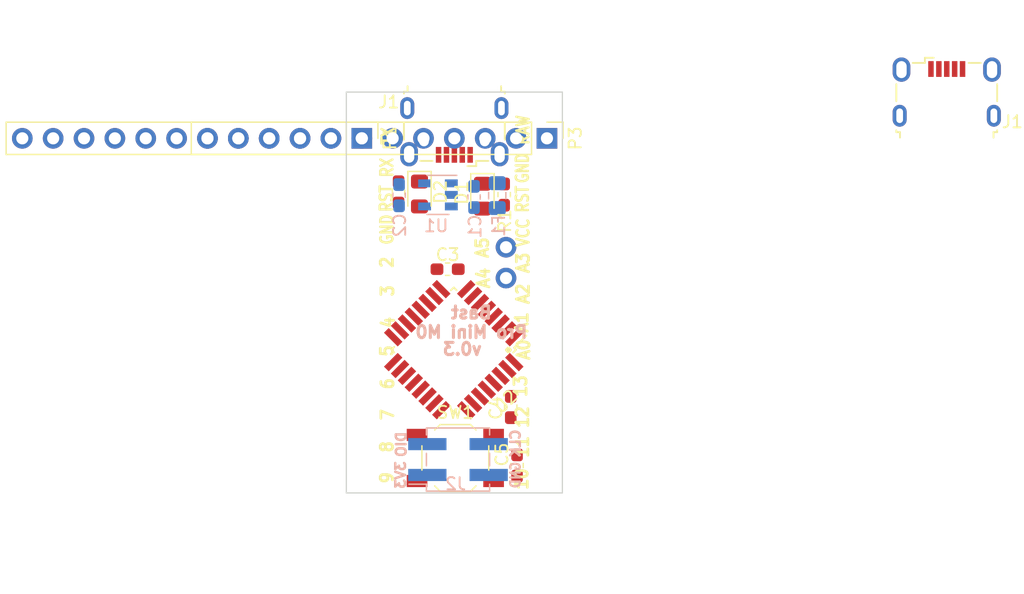
<source format=kicad_pcb>
(kicad_pcb (version 20171130) (host pcbnew 5.1.2-f72e74a~84~ubuntu18.04.1)

  (general
    (thickness 1.6)
    (drawings 48)
    (tracks 0)
    (zones 0)
    (modules 19)
    (nets 36)
  )

  (page A4)
  (title_block
    (title "Bast Pro Mini M0 ")
    (date 2019-03-27)
    (rev 0.3)
    (company "Electronic Cats")
    (comment 1 "Eduardo Contreras")
    (comment 2 "Andres Sabas")
    (comment 3 "Edgar Capuchino")
  )

  (layers
    (0 F.Cu signal)
    (31 B.Cu signal)
    (32 B.Adhes user)
    (33 F.Adhes user hide)
    (34 B.Paste user)
    (35 F.Paste user)
    (36 B.SilkS user)
    (37 F.SilkS user)
    (38 B.Mask user)
    (39 F.Mask user)
    (40 Dwgs.User user)
    (41 Cmts.User user)
    (42 Eco1.User user)
    (43 Eco2.User user)
    (44 Edge.Cuts user)
    (45 Margin user)
    (46 B.CrtYd user)
    (47 F.CrtYd user)
    (48 B.Fab user hide)
    (49 F.Fab user hide)
  )

  (setup
    (last_trace_width 0.3)
    (trace_clearance 0.25)
    (zone_clearance 0.508)
    (zone_45_only no)
    (trace_min 0.3)
    (via_size 0.8)
    (via_drill 0.5)
    (via_min_size 0.4)
    (via_min_drill 0.3)
    (uvia_size 0.3)
    (uvia_drill 0.1)
    (uvias_allowed no)
    (uvia_min_size 0.2)
    (uvia_min_drill 0.1)
    (edge_width 0.1)
    (segment_width 0.15)
    (pcb_text_width 0.3)
    (pcb_text_size 1.5 1.5)
    (mod_edge_width 0.15)
    (mod_text_size 1 1)
    (mod_text_width 0.15)
    (pad_size 1.5 1.5)
    (pad_drill 0.6)
    (pad_to_mask_clearance 0)
    (solder_mask_min_width 0.25)
    (aux_axis_origin 137.16 114.3)
    (visible_elements 7FFFFFFF)
    (pcbplotparams
      (layerselection 0x010ff_ffffffff)
      (usegerberextensions true)
      (usegerberattributes false)
      (usegerberadvancedattributes false)
      (creategerberjobfile false)
      (excludeedgelayer true)
      (linewidth 0.100000)
      (plotframeref false)
      (viasonmask false)
      (mode 1)
      (useauxorigin false)
      (hpglpennumber 1)
      (hpglpenspeed 20)
      (hpglpendiameter 15.000000)
      (psnegative false)
      (psa4output false)
      (plotreference true)
      (plotvalue true)
      (plotinvisibletext false)
      (padsonsilk false)
      (subtractmaskfromsilk false)
      (outputformat 1)
      (mirror false)
      (drillshape 0)
      (scaleselection 1)
      (outputdirectory "gerbers/"))
  )

  (net 0 "")
  (net 1 "/1(Tx)")
  (net 2 "/0(Rx)")
  (net 3 GND)
  (net 4 /2)
  (net 5 "/3(**)")
  (net 6 /4)
  (net 7 "/5(**)")
  (net 8 "/6(**)")
  (net 9 /7)
  (net 10 /8)
  (net 11 "/9(**)")
  (net 12 VCC)
  (net 13 /A3)
  (net 14 /A2)
  (net 15 /A1)
  (net 16 /A0)
  (net 17 "/13(SCK)")
  (net 18 "/12(MISO)")
  (net 19 "/11(**/MOSI)")
  (net 20 "/10(**/SS)")
  (net 21 +3V3)
  (net 22 "Net-(C4-Pad1)")
  (net 23 "Net-(D1-Pad1)")
  (net 24 "Net-(D2-Pad1)")
  (net 25 "Net-(F1-Pad2)")
  (net 26 "Net-(J1-Pad4)")
  (net 27 /SWDIO)
  (net 28 /SWCLK)
  (net 29 /SDA)
  (net 30 /SCL)
  (net 31 /RESET)
  (net 32 /D-)
  (net 33 /D+)
  (net 34 /LED)
  (net 35 "Net-(U2-Pad4)")

  (net_class Default "This is the default net class."
    (clearance 0.25)
    (trace_width 0.3)
    (via_dia 0.8)
    (via_drill 0.5)
    (uvia_dia 0.3)
    (uvia_drill 0.1)
    (add_net +3V3)
    (add_net "/0(Rx)")
    (add_net "/1(Tx)")
    (add_net "/10(**/SS)")
    (add_net "/11(**/MOSI)")
    (add_net "/12(MISO)")
    (add_net "/13(SCK)")
    (add_net /2)
    (add_net "/3(**)")
    (add_net /4)
    (add_net "/5(**)")
    (add_net "/6(**)")
    (add_net /7)
    (add_net /8)
    (add_net "/9(**)")
    (add_net /A0)
    (add_net /A1)
    (add_net /A2)
    (add_net /A3)
    (add_net /D+)
    (add_net /D-)
    (add_net /LED)
    (add_net /RESET)
    (add_net /SCL)
    (add_net /SDA)
    (add_net /SWCLK)
    (add_net /SWDIO)
    (add_net GND)
    (add_net "Net-(C4-Pad1)")
    (add_net "Net-(D1-Pad1)")
    (add_net "Net-(D2-Pad1)")
    (add_net "Net-(F1-Pad2)")
    (add_net "Net-(J1-Pad4)")
    (add_net "Net-(U2-Pad4)")
    (add_net VCC)
  )

  (module LED_SMD:LED_0805_2012Metric_Pad1.15x1.40mm_HandSolder (layer F.Cu) (tedit 5BDA54C4) (tstamp 5BE42C20)
    (at 143.18 89.675 270)
    (descr "LED SMD 0805 (2012 Metric), square (rectangular) end terminal, IPC_7351 nominal, (Body size source: https://docs.google.com/spreadsheets/d/1BsfQQcO9C6DZCsRaXUlFlo91Tg2WpOkGARC1WS5S8t0/edit?usp=sharing), generated with kicad-footprint-generator")
    (tags "LED handsolder")
    (path /5BB1D525)
    (attr smd)
    (fp_text reference D2 (at -0.175 -1.72 270) (layer F.SilkS)
      (effects (font (size 1 1) (thickness 0.15)))
    )
    (fp_text value LED (at 0 1.65 270) (layer F.Fab)
      (effects (font (size 1 1) (thickness 0.15)))
    )
    (fp_text user %R (at 0 0 270) (layer F.Fab)
      (effects (font (size 0.5 0.5) (thickness 0.08)))
    )
    (fp_line (start 1.85 0.95) (end -1.85 0.95) (layer F.CrtYd) (width 0.05))
    (fp_line (start 1.85 -0.95) (end 1.85 0.95) (layer F.CrtYd) (width 0.05))
    (fp_line (start -1.85 -0.95) (end 1.85 -0.95) (layer F.CrtYd) (width 0.05))
    (fp_line (start -1.85 0.95) (end -1.85 -0.95) (layer F.CrtYd) (width 0.05))
    (fp_line (start -1.86 0.96) (end 1 0.96) (layer F.SilkS) (width 0.12))
    (fp_line (start -1.86 -0.96) (end -1.86 0.96) (layer F.SilkS) (width 0.12))
    (fp_line (start 1 -0.96) (end -1.86 -0.96) (layer F.SilkS) (width 0.12))
    (fp_line (start 1 0.6) (end 1 -0.6) (layer F.Fab) (width 0.1))
    (fp_line (start -1 0.6) (end 1 0.6) (layer F.Fab) (width 0.1))
    (fp_line (start -1 -0.3) (end -1 0.6) (layer F.Fab) (width 0.1))
    (fp_line (start -0.7 -0.6) (end -1 -0.3) (layer F.Fab) (width 0.1))
    (fp_line (start 1 -0.6) (end -0.7 -0.6) (layer F.Fab) (width 0.1))
    (pad 2 smd roundrect (at 1.025 0 270) (size 1.15 1.4) (layers F.Cu F.Paste F.Mask) (roundrect_rratio 0.217391)
      (net 21 +3V3))
    (pad 1 smd roundrect (at -1.025 0 270) (size 1.15 1.4) (layers F.Cu F.Paste F.Mask) (roundrect_rratio 0.217391)
      (net 24 "Net-(D2-Pad1)"))
    (model ${KISYS3DMOD}/LED_SMD.3dshapes/LED_0805_2012Metric.wrl
      (at (xyz 0 0 0))
      (scale (xyz 1 1 1))
      (rotate (xyz 0 0 0))
    )
  )

  (module Connector_PinHeader_2.54mm:PinHeader_1x02_P2.54mm_Vertical (layer F.Cu) (tedit 5BDA5DCA) (tstamp 5BC9800E)
    (at 150.3 96.6 180)
    (descr "Through hole straight pin header, 1x02, 2.54mm pitch, single row")
    (tags "Through hole pin header THT 1x02 2.54mm single row")
    (path /56D74FB3)
    (fp_text reference P2 (at 0 -2.33 180) (layer F.SilkS) hide
      (effects (font (size 1 1) (thickness 0.15)))
    )
    (fp_text value ADC (at 0 4.87 180) (layer F.Fab)
      (effects (font (size 1 1) (thickness 0.15)))
    )
    (fp_line (start -0.635 -1.27) (end 1.27 -1.27) (layer F.Fab) (width 0.1))
    (fp_line (start 1.27 -1.27) (end 1.27 3.81) (layer F.Fab) (width 0.1))
    (fp_line (start 1.27 3.81) (end -1.27 3.81) (layer F.Fab) (width 0.1))
    (fp_line (start -1.27 3.81) (end -1.27 -0.635) (layer F.Fab) (width 0.1))
    (fp_line (start -1.27 -0.635) (end -0.635 -1.27) (layer F.Fab) (width 0.1))
    (fp_line (start -1.8 -1.8) (end -1.8 4.35) (layer F.CrtYd) (width 0.05))
    (fp_line (start -1.8 4.35) (end 1.8 4.35) (layer F.CrtYd) (width 0.05))
    (fp_line (start 1.8 4.35) (end 1.8 -1.8) (layer F.CrtYd) (width 0.05))
    (fp_line (start 1.8 -1.8) (end -1.8 -1.8) (layer F.CrtYd) (width 0.05))
    (fp_text user %R (at 0 1.27 270) (layer F.Fab)
      (effects (font (size 1 1) (thickness 0.15)))
    )
    (pad 1 thru_hole circle (at 0 0 180) (size 1.7 1.7) (drill 1) (layers *.Cu *.Mask)
      (net 29 /SDA))
    (pad 2 thru_hole oval (at 0 2.54 180) (size 1.7 1.7) (drill 1) (layers *.Cu *.Mask)
      (net 30 /SCL))
  )

  (module Fuse:Fuse_0805_2012Metric_Pad1.15x1.40mm_HandSolder (layer B.Cu) (tedit 5B36C52C) (tstamp 5BD7A01A)
    (at 149.578336 89.807959 90)
    (descr "Fuse SMD 0805 (2012 Metric), square (rectangular) end terminal, IPC_7351 nominal with elongated pad for handsoldering. (Body size source: https://docs.google.com/spreadsheets/d/1BsfQQcO9C6DZCsRaXUlFlo91Tg2WpOkGARC1WS5S8t0/edit?usp=sharing), generated with kicad-footprint-generator")
    (tags "resistor handsolder")
    (path /5BB4BE5F)
    (attr smd)
    (fp_text reference F1 (at -2.492041 0.121664 90) (layer B.SilkS)
      (effects (font (size 1 1) (thickness 0.15)) (justify mirror))
    )
    (fp_text value 500mA (at 0 -1.65 90) (layer B.Fab)
      (effects (font (size 1 1) (thickness 0.15)) (justify mirror))
    )
    (fp_line (start -1 -0.6) (end -1 0.6) (layer B.Fab) (width 0.1))
    (fp_line (start -1 0.6) (end 1 0.6) (layer B.Fab) (width 0.1))
    (fp_line (start 1 0.6) (end 1 -0.6) (layer B.Fab) (width 0.1))
    (fp_line (start 1 -0.6) (end -1 -0.6) (layer B.Fab) (width 0.1))
    (fp_line (start -0.261252 0.71) (end 0.261252 0.71) (layer B.SilkS) (width 0.12))
    (fp_line (start -0.261252 -0.71) (end 0.261252 -0.71) (layer B.SilkS) (width 0.12))
    (fp_line (start -1.85 -0.95) (end -1.85 0.95) (layer B.CrtYd) (width 0.05))
    (fp_line (start -1.85 0.95) (end 1.85 0.95) (layer B.CrtYd) (width 0.05))
    (fp_line (start 1.85 0.95) (end 1.85 -0.95) (layer B.CrtYd) (width 0.05))
    (fp_line (start 1.85 -0.95) (end -1.85 -0.95) (layer B.CrtYd) (width 0.05))
    (fp_text user %R (at 0 0 90) (layer B.Fab)
      (effects (font (size 0.5 0.5) (thickness 0.08)) (justify mirror))
    )
    (pad 1 smd roundrect (at -1.025 0 90) (size 1.15 1.4) (layers B.Cu B.Paste B.Mask) (roundrect_rratio 0.217391)
      (net 12 VCC))
    (pad 2 smd roundrect (at 1.025 0 90) (size 1.15 1.4) (layers B.Cu B.Paste B.Mask) (roundrect_rratio 0.217391)
      (net 25 "Net-(F1-Pad2)"))
    (model ${KISYS3DMOD}/Fuse.3dshapes/Fuse_0805_2012Metric.wrl
      (at (xyz 0 0 0))
      (scale (xyz 1 1 1))
      (rotate (xyz 0 0 0))
    )
  )

  (module Connector_USB:USB_Micro-B_Wuerth_629105150521 locked (layer F.Cu) (tedit 5A142044) (tstamp 5BD7A0FD)
    (at 146.05 84.55 180)
    (descr "USB Micro-B receptacle, http://www.mouser.com/ds/2/445/629105150521-469306.pdf")
    (tags "usb micro receptacle")
    (path /5BB47277)
    (attr smd)
    (fp_text reference J1 (at 5.4 2.45 180) (layer F.SilkS)
      (effects (font (size 1 1) (thickness 0.15)))
    )
    (fp_text value USB_B_Micro (at 0 5.6 180) (layer F.Fab)
      (effects (font (size 1 1) (thickness 0.15)))
    )
    (fp_line (start -4 -2.25) (end -4 3.15) (layer F.Fab) (width 0.15))
    (fp_line (start -4 3.15) (end -3.7 3.15) (layer F.Fab) (width 0.15))
    (fp_line (start -3.7 3.15) (end -3.7 4.35) (layer F.Fab) (width 0.15))
    (fp_line (start -3.7 4.35) (end 3.7 4.35) (layer F.Fab) (width 0.15))
    (fp_line (start 3.7 4.35) (end 3.7 3.15) (layer F.Fab) (width 0.15))
    (fp_line (start 3.7 3.15) (end 4 3.15) (layer F.Fab) (width 0.15))
    (fp_line (start 4 3.15) (end 4 -2.25) (layer F.Fab) (width 0.15))
    (fp_line (start 4 -2.25) (end -4 -2.25) (layer F.Fab) (width 0.15))
    (fp_line (start -2.7 3.75) (end 2.7 3.75) (layer F.Fab) (width 0.15))
    (fp_line (start -1.075 -2.725) (end -1.3 -2.55) (layer F.Fab) (width 0.15))
    (fp_line (start -1.3 -2.55) (end -1.525 -2.725) (layer F.Fab) (width 0.15))
    (fp_line (start -1.525 -2.725) (end -1.525 -2.95) (layer F.Fab) (width 0.15))
    (fp_line (start -1.525 -2.95) (end -1.075 -2.95) (layer F.Fab) (width 0.15))
    (fp_line (start -1.075 -2.95) (end -1.075 -2.725) (layer F.Fab) (width 0.15))
    (fp_line (start -4.15 -0.65) (end -4.15 0.75) (layer F.SilkS) (width 0.15))
    (fp_line (start -4.15 3.15) (end -4.15 3.3) (layer F.SilkS) (width 0.15))
    (fp_line (start -4.15 3.3) (end -3.85 3.3) (layer F.SilkS) (width 0.15))
    (fp_line (start -3.85 3.3) (end -3.85 3.75) (layer F.SilkS) (width 0.15))
    (fp_line (start 3.85 3.75) (end 3.85 3.3) (layer F.SilkS) (width 0.15))
    (fp_line (start 3.85 3.3) (end 4.15 3.3) (layer F.SilkS) (width 0.15))
    (fp_line (start 4.15 3.3) (end 4.15 3.15) (layer F.SilkS) (width 0.15))
    (fp_line (start 4.15 0.75) (end 4.15 -0.65) (layer F.SilkS) (width 0.15))
    (fp_line (start -1.075 -2.825) (end -1.8 -2.825) (layer F.SilkS) (width 0.15))
    (fp_line (start -1.8 -2.825) (end -1.8 -2.4) (layer F.SilkS) (width 0.15))
    (fp_line (start -1.8 -2.4) (end -2.8 -2.4) (layer F.SilkS) (width 0.15))
    (fp_line (start 1.8 -2.4) (end 2.8 -2.4) (layer F.SilkS) (width 0.15))
    (fp_line (start -4.94 -3.34) (end -4.94 4.85) (layer F.CrtYd) (width 0.05))
    (fp_line (start -4.94 4.85) (end 4.95 4.85) (layer F.CrtYd) (width 0.05))
    (fp_line (start 4.95 4.85) (end 4.95 -3.34) (layer F.CrtYd) (width 0.05))
    (fp_line (start 4.95 -3.34) (end -4.94 -3.34) (layer F.CrtYd) (width 0.05))
    (fp_text user %R (at 0 1.05 180) (layer F.Fab)
      (effects (font (size 1 1) (thickness 0.15)))
    )
    (fp_text user "PCB Edge" (at 0 3.75 180) (layer Dwgs.User)
      (effects (font (size 0.5 0.5) (thickness 0.08)))
    )
    (pad 1 smd rect (at -1.3 -1.9 180) (size 0.45 1.3) (layers F.Cu F.Paste F.Mask)
      (net 25 "Net-(F1-Pad2)"))
    (pad 2 smd rect (at -0.65 -1.9 180) (size 0.45 1.3) (layers F.Cu F.Paste F.Mask)
      (net 32 /D-))
    (pad 3 smd rect (at 0 -1.9 180) (size 0.45 1.3) (layers F.Cu F.Paste F.Mask)
      (net 33 /D+))
    (pad 4 smd rect (at 0.65 -1.9 180) (size 0.45 1.3) (layers F.Cu F.Paste F.Mask)
      (net 26 "Net-(J1-Pad4)"))
    (pad 5 smd rect (at 1.3 -1.9 180) (size 0.45 1.3) (layers F.Cu F.Paste F.Mask)
      (net 3 GND))
    (pad 6 thru_hole oval (at -3.725 -1.85 180) (size 1.45 2) (drill oval 0.85 1.4) (layers *.Cu *.Mask)
      (net 3 GND))
    (pad 6 thru_hole oval (at 3.725 -1.85 180) (size 1.45 2) (drill oval 0.85 1.4) (layers *.Cu *.Mask)
      (net 3 GND))
    (pad 6 thru_hole oval (at -3.875 1.95 180) (size 1.15 1.8) (drill oval 0.55 1.2) (layers *.Cu *.Mask)
      (net 3 GND))
    (pad 6 thru_hole oval (at 3.875 1.95 180) (size 1.15 1.8) (drill oval 0.55 1.2) (layers *.Cu *.Mask)
      (net 3 GND))
    (pad "" np_thru_hole oval (at -2.5 -0.8 180) (size 0.8 0.8) (drill 0.8) (layers *.Cu *.Mask))
    (pad "" np_thru_hole oval (at 2.5 -0.8 180) (size 0.8 0.8) (drill 0.8) (layers *.Cu *.Mask))
    (model "${KIPRJMOD}/3d/629105150521 (rev1).stp"
      (offset (xyz 0 1 1))
      (scale (xyz 1 1 1))
      (rotate (xyz 0 0 0))
    )
  )

  (module Package_TO_SOT_SMD:SOT-23-5 (layer B.Cu) (tedit 5A02FF57) (tstamp 5BE432E1)
    (at 144.7 89.75 180)
    (descr "5-pin SOT23 package")
    (tags SOT-23-5)
    (path /5BB540C8)
    (attr smd)
    (fp_text reference U1 (at 0.15 -2.55 180) (layer B.SilkS)
      (effects (font (size 1 1) (thickness 0.15)) (justify mirror))
    )
    (fp_text value AP2112K-3.3TRG1 (at 0 -2.9 180) (layer B.Fab)
      (effects (font (size 1 1) (thickness 0.15)) (justify mirror))
    )
    (fp_text user %R (at 0 0 90) (layer B.Fab)
      (effects (font (size 0.5 0.5) (thickness 0.075)) (justify mirror))
    )
    (fp_line (start -0.9 -1.61) (end 0.9 -1.61) (layer B.SilkS) (width 0.12))
    (fp_line (start 0.9 1.61) (end -1.55 1.61) (layer B.SilkS) (width 0.12))
    (fp_line (start -1.9 1.8) (end 1.9 1.8) (layer B.CrtYd) (width 0.05))
    (fp_line (start 1.9 1.8) (end 1.9 -1.8) (layer B.CrtYd) (width 0.05))
    (fp_line (start 1.9 -1.8) (end -1.9 -1.8) (layer B.CrtYd) (width 0.05))
    (fp_line (start -1.9 -1.8) (end -1.9 1.8) (layer B.CrtYd) (width 0.05))
    (fp_line (start -0.9 0.9) (end -0.25 1.55) (layer B.Fab) (width 0.1))
    (fp_line (start 0.9 1.55) (end -0.25 1.55) (layer B.Fab) (width 0.1))
    (fp_line (start -0.9 0.9) (end -0.9 -1.55) (layer B.Fab) (width 0.1))
    (fp_line (start 0.9 -1.55) (end -0.9 -1.55) (layer B.Fab) (width 0.1))
    (fp_line (start 0.9 1.55) (end 0.9 -1.55) (layer B.Fab) (width 0.1))
    (pad 1 smd rect (at -1.1 0.95 180) (size 1.06 0.65) (layers B.Cu B.Paste B.Mask)
      (net 12 VCC))
    (pad 2 smd rect (at -1.1 0 180) (size 1.06 0.65) (layers B.Cu B.Paste B.Mask)
      (net 3 GND))
    (pad 3 smd rect (at -1.1 -0.95 180) (size 1.06 0.65) (layers B.Cu B.Paste B.Mask)
      (net 12 VCC))
    (pad 4 smd rect (at 1.1 -0.95 180) (size 1.06 0.65) (layers B.Cu B.Paste B.Mask))
    (pad 5 smd rect (at 1.1 0.95 180) (size 1.06 0.65) (layers B.Cu B.Paste B.Mask)
      (net 21 +3V3))
    (model ${KISYS3DMOD}/Package_TO_SOT_SMD.3dshapes/SOT-23-5.wrl
      (at (xyz 0 0 0))
      (scale (xyz 1 1 1))
      (rotate (xyz 0 0 0))
    )
  )

  (module Connector_PinHeader_2.54mm:PinHeader_2x02_P2.54mm_Vertical_SMD (layer B.Cu) (tedit 59FED5CC) (tstamp 5BE41CDA)
    (at 146.35 111.55)
    (descr "surface-mounted straight pin header, 2x02, 2.54mm pitch, double rows")
    (tags "Surface mounted pin header SMD 2x02 2.54mm double row")
    (path /5BB5EF14)
    (attr smd)
    (fp_text reference J2 (at -0.2 2) (layer B.SilkS)
      (effects (font (size 1 1) (thickness 0.15)) (justify mirror))
    )
    (fp_text value Conn_02x02_Odd_Even (at 0 -3.6) (layer B.Fab)
      (effects (font (size 1 1) (thickness 0.15)) (justify mirror))
    )
    (fp_line (start 2.54 -2.54) (end -2.54 -2.54) (layer B.Fab) (width 0.1))
    (fp_line (start -1.59 2.54) (end 2.54 2.54) (layer B.Fab) (width 0.1))
    (fp_line (start -2.54 -2.54) (end -2.54 1.59) (layer B.Fab) (width 0.1))
    (fp_line (start -2.54 1.59) (end -1.59 2.54) (layer B.Fab) (width 0.1))
    (fp_line (start 2.54 2.54) (end 2.54 -2.54) (layer B.Fab) (width 0.1))
    (fp_line (start -2.54 1.59) (end -3.6 1.59) (layer B.Fab) (width 0.1))
    (fp_line (start -3.6 1.59) (end -3.6 0.95) (layer B.Fab) (width 0.1))
    (fp_line (start -3.6 0.95) (end -2.54 0.95) (layer B.Fab) (width 0.1))
    (fp_line (start 2.54 1.59) (end 3.6 1.59) (layer B.Fab) (width 0.1))
    (fp_line (start 3.6 1.59) (end 3.6 0.95) (layer B.Fab) (width 0.1))
    (fp_line (start 3.6 0.95) (end 2.54 0.95) (layer B.Fab) (width 0.1))
    (fp_line (start -2.54 -0.95) (end -3.6 -0.95) (layer B.Fab) (width 0.1))
    (fp_line (start -3.6 -0.95) (end -3.6 -1.59) (layer B.Fab) (width 0.1))
    (fp_line (start -3.6 -1.59) (end -2.54 -1.59) (layer B.Fab) (width 0.1))
    (fp_line (start 2.54 -0.95) (end 3.6 -0.95) (layer B.Fab) (width 0.1))
    (fp_line (start 3.6 -0.95) (end 3.6 -1.59) (layer B.Fab) (width 0.1))
    (fp_line (start 3.6 -1.59) (end 2.54 -1.59) (layer B.Fab) (width 0.1))
    (fp_line (start -2.6 2.6) (end 2.6 2.6) (layer B.SilkS) (width 0.12))
    (fp_line (start -2.6 -2.6) (end 2.6 -2.6) (layer B.SilkS) (width 0.12))
    (fp_line (start -4.04 2.03) (end -2.6 2.03) (layer B.SilkS) (width 0.12))
    (fp_line (start -2.6 2.6) (end -2.6 2.03) (layer B.SilkS) (width 0.12))
    (fp_line (start 2.6 2.6) (end 2.6 2.03) (layer B.SilkS) (width 0.12))
    (fp_line (start -2.6 -2.03) (end -2.6 -2.6) (layer B.SilkS) (width 0.12))
    (fp_line (start 2.6 -2.03) (end 2.6 -2.6) (layer B.SilkS) (width 0.12))
    (fp_line (start -2.6 0.51) (end -2.6 -0.51) (layer B.SilkS) (width 0.12))
    (fp_line (start 2.6 0.51) (end 2.6 -0.51) (layer B.SilkS) (width 0.12))
    (fp_line (start -5.9 3.05) (end -5.9 -3.05) (layer B.CrtYd) (width 0.05))
    (fp_line (start -5.9 -3.05) (end 5.9 -3.05) (layer B.CrtYd) (width 0.05))
    (fp_line (start 5.9 -3.05) (end 5.9 3.05) (layer B.CrtYd) (width 0.05))
    (fp_line (start 5.9 3.05) (end -5.9 3.05) (layer B.CrtYd) (width 0.05))
    (fp_text user %R (at 0 0 -90) (layer B.Fab)
      (effects (font (size 1 1) (thickness 0.15)) (justify mirror))
    )
    (pad 1 smd rect (at -2.525 1.27) (size 3.15 1) (layers B.Cu B.Paste B.Mask)
      (net 21 +3V3))
    (pad 2 smd rect (at 2.525 1.27) (size 3.15 1) (layers B.Cu B.Paste B.Mask)
      (net 3 GND))
    (pad 3 smd rect (at -2.525 -1.27) (size 3.15 1) (layers B.Cu B.Paste B.Mask)
      (net 27 /SWDIO))
    (pad 4 smd rect (at 2.525 -1.27) (size 3.15 1) (layers B.Cu B.Paste B.Mask)
      (net 28 /SWCLK))
  )

  (module Capacitor_SMD:C_0603_1608Metric_Pad1.05x0.95mm_HandSolder (layer B.Cu) (tedit 5B301BBE) (tstamp 5BE3EE8E)
    (at 147.670336 89.921959 90)
    (descr "Capacitor SMD 0603 (1608 Metric), square (rectangular) end terminal, IPC_7351 nominal with elongated pad for handsoldering. (Body size source: http://www.tortai-tech.com/upload/download/2011102023233369053.pdf), generated with kicad-footprint-generator")
    (tags "capacitor handsolder")
    (path /5BB50FD7)
    (attr smd)
    (fp_text reference C1 (at -2.428041 0.079664 90) (layer B.SilkS)
      (effects (font (size 1 1) (thickness 0.15)) (justify mirror))
    )
    (fp_text value 1uF (at 0 -1.43 90) (layer B.Fab)
      (effects (font (size 1 1) (thickness 0.15)) (justify mirror))
    )
    (fp_line (start -0.8 -0.4) (end -0.8 0.4) (layer B.Fab) (width 0.1))
    (fp_line (start -0.8 0.4) (end 0.8 0.4) (layer B.Fab) (width 0.1))
    (fp_line (start 0.8 0.4) (end 0.8 -0.4) (layer B.Fab) (width 0.1))
    (fp_line (start 0.8 -0.4) (end -0.8 -0.4) (layer B.Fab) (width 0.1))
    (fp_line (start -0.171267 0.51) (end 0.171267 0.51) (layer B.SilkS) (width 0.12))
    (fp_line (start -0.171267 -0.51) (end 0.171267 -0.51) (layer B.SilkS) (width 0.12))
    (fp_line (start -1.65 -0.73) (end -1.65 0.73) (layer B.CrtYd) (width 0.05))
    (fp_line (start -1.65 0.73) (end 1.65 0.73) (layer B.CrtYd) (width 0.05))
    (fp_line (start 1.65 0.73) (end 1.65 -0.73) (layer B.CrtYd) (width 0.05))
    (fp_line (start 1.65 -0.73) (end -1.65 -0.73) (layer B.CrtYd) (width 0.05))
    (fp_text user %R (at 0 0 90) (layer B.Fab)
      (effects (font (size 0.4 0.4) (thickness 0.06)) (justify mirror))
    )
    (pad 1 smd roundrect (at -0.875 0 90) (size 1.05 0.95) (layers B.Cu B.Paste B.Mask) (roundrect_rratio 0.25)
      (net 12 VCC))
    (pad 2 smd roundrect (at 0.875 0 90) (size 1.05 0.95) (layers B.Cu B.Paste B.Mask) (roundrect_rratio 0.25)
      (net 3 GND))
    (model ${KISYS3DMOD}/Capacitor_SMD.3dshapes/C_0603_1608Metric.wrl
      (at (xyz 0 0 0))
      (scale (xyz 1 1 1))
      (rotate (xyz 0 0 0))
    )
  )

  (module Capacitor_SMD:C_0603_1608Metric_Pad1.05x0.95mm_HandSolder (layer B.Cu) (tedit 5B301BBE) (tstamp 5BE3EE9F)
    (at 141.5 89.775 270)
    (descr "Capacitor SMD 0603 (1608 Metric), square (rectangular) end terminal, IPC_7351 nominal with elongated pad for handsoldering. (Body size source: http://www.tortai-tech.com/upload/download/2011102023233369053.pdf), generated with kicad-footprint-generator")
    (tags "capacitor handsolder")
    (path /5BB62453)
    (attr smd)
    (fp_text reference C2 (at 2.475 -0.05 270) (layer B.SilkS)
      (effects (font (size 1 1) (thickness 0.15)) (justify mirror))
    )
    (fp_text value 2.2uF (at 0 -1.43 270) (layer B.Fab)
      (effects (font (size 1 1) (thickness 0.15)) (justify mirror))
    )
    (fp_line (start -0.8 -0.4) (end -0.8 0.4) (layer B.Fab) (width 0.1))
    (fp_line (start -0.8 0.4) (end 0.8 0.4) (layer B.Fab) (width 0.1))
    (fp_line (start 0.8 0.4) (end 0.8 -0.4) (layer B.Fab) (width 0.1))
    (fp_line (start 0.8 -0.4) (end -0.8 -0.4) (layer B.Fab) (width 0.1))
    (fp_line (start -0.171267 0.51) (end 0.171267 0.51) (layer B.SilkS) (width 0.12))
    (fp_line (start -0.171267 -0.51) (end 0.171267 -0.51) (layer B.SilkS) (width 0.12))
    (fp_line (start -1.65 -0.73) (end -1.65 0.73) (layer B.CrtYd) (width 0.05))
    (fp_line (start -1.65 0.73) (end 1.65 0.73) (layer B.CrtYd) (width 0.05))
    (fp_line (start 1.65 0.73) (end 1.65 -0.73) (layer B.CrtYd) (width 0.05))
    (fp_line (start 1.65 -0.73) (end -1.65 -0.73) (layer B.CrtYd) (width 0.05))
    (fp_text user %R (at 0 0 270) (layer B.Fab)
      (effects (font (size 0.4 0.4) (thickness 0.06)) (justify mirror))
    )
    (pad 1 smd roundrect (at -0.875 0 270) (size 1.05 0.95) (layers B.Cu B.Paste B.Mask) (roundrect_rratio 0.25)
      (net 21 +3V3))
    (pad 2 smd roundrect (at 0.875 0 270) (size 1.05 0.95) (layers B.Cu B.Paste B.Mask) (roundrect_rratio 0.25)
      (net 3 GND))
    (model ${KISYS3DMOD}/Capacitor_SMD.3dshapes/C_0603_1608Metric.wrl
      (at (xyz 0 0 0))
      (scale (xyz 1 1 1))
      (rotate (xyz 0 0 0))
    )
  )

  (module Capacitor_SMD:C_0603_1608Metric_Pad1.05x0.95mm_HandSolder (layer F.Cu) (tedit 5B301BBE) (tstamp 5BE41937)
    (at 145.495 95.87 180)
    (descr "Capacitor SMD 0603 (1608 Metric), square (rectangular) end terminal, IPC_7351 nominal with elongated pad for handsoldering. (Body size source: http://www.tortai-tech.com/upload/download/2011102023233369053.pdf), generated with kicad-footprint-generator")
    (tags "capacitor handsolder")
    (path /5BB0CC95)
    (attr smd)
    (fp_text reference C3 (at -0.005 1.195 180) (layer F.SilkS)
      (effects (font (size 1 1) (thickness 0.15)))
    )
    (fp_text value 0.1uF (at 0 1.43 180) (layer F.Fab)
      (effects (font (size 1 1) (thickness 0.15)))
    )
    (fp_line (start -0.8 0.4) (end -0.8 -0.4) (layer F.Fab) (width 0.1))
    (fp_line (start -0.8 -0.4) (end 0.8 -0.4) (layer F.Fab) (width 0.1))
    (fp_line (start 0.8 -0.4) (end 0.8 0.4) (layer F.Fab) (width 0.1))
    (fp_line (start 0.8 0.4) (end -0.8 0.4) (layer F.Fab) (width 0.1))
    (fp_line (start -0.171267 -0.51) (end 0.171267 -0.51) (layer F.SilkS) (width 0.12))
    (fp_line (start -0.171267 0.51) (end 0.171267 0.51) (layer F.SilkS) (width 0.12))
    (fp_line (start -1.65 0.73) (end -1.65 -0.73) (layer F.CrtYd) (width 0.05))
    (fp_line (start -1.65 -0.73) (end 1.65 -0.73) (layer F.CrtYd) (width 0.05))
    (fp_line (start 1.65 -0.73) (end 1.65 0.73) (layer F.CrtYd) (width 0.05))
    (fp_line (start 1.65 0.73) (end -1.65 0.73) (layer F.CrtYd) (width 0.05))
    (fp_text user %R (at 0 0 180) (layer F.Fab)
      (effects (font (size 0.4 0.4) (thickness 0.06)))
    )
    (pad 1 smd roundrect (at -0.875 0 180) (size 1.05 0.95) (layers F.Cu F.Paste F.Mask) (roundrect_rratio 0.25)
      (net 21 +3V3))
    (pad 2 smd roundrect (at 0.875 0 180) (size 1.05 0.95) (layers F.Cu F.Paste F.Mask) (roundrect_rratio 0.25)
      (net 3 GND))
    (model ${KISYS3DMOD}/Capacitor_SMD.3dshapes/C_0603_1608Metric.wrl
      (at (xyz 0 0 0))
      (scale (xyz 1 1 1))
      (rotate (xyz 0 0 0))
    )
  )

  (module Capacitor_SMD:C_0603_1608Metric_Pad1.05x0.95mm_HandSolder (layer F.Cu) (tedit 5B301BBE) (tstamp 5BE41907)
    (at 150.69 107.225 270)
    (descr "Capacitor SMD 0603 (1608 Metric), square (rectangular) end terminal, IPC_7351 nominal with elongated pad for handsoldering. (Body size source: http://www.tortai-tech.com/upload/download/2011102023233369053.pdf), generated with kicad-footprint-generator")
    (tags "capacitor handsolder")
    (path /5BB0701E)
    (attr smd)
    (fp_text reference C4 (at 0.075 1.225 270) (layer F.SilkS)
      (effects (font (size 1 1) (thickness 0.15)))
    )
    (fp_text value 0.1uF (at 0 1.43 270) (layer F.Fab)
      (effects (font (size 1 1) (thickness 0.15)))
    )
    (fp_text user %R (at 0 0 270) (layer F.Fab)
      (effects (font (size 0.4 0.4) (thickness 0.06)))
    )
    (fp_line (start 1.65 0.73) (end -1.65 0.73) (layer F.CrtYd) (width 0.05))
    (fp_line (start 1.65 -0.73) (end 1.65 0.73) (layer F.CrtYd) (width 0.05))
    (fp_line (start -1.65 -0.73) (end 1.65 -0.73) (layer F.CrtYd) (width 0.05))
    (fp_line (start -1.65 0.73) (end -1.65 -0.73) (layer F.CrtYd) (width 0.05))
    (fp_line (start -0.171267 0.51) (end 0.171267 0.51) (layer F.SilkS) (width 0.12))
    (fp_line (start -0.171267 -0.51) (end 0.171267 -0.51) (layer F.SilkS) (width 0.12))
    (fp_line (start 0.8 0.4) (end -0.8 0.4) (layer F.Fab) (width 0.1))
    (fp_line (start 0.8 -0.4) (end 0.8 0.4) (layer F.Fab) (width 0.1))
    (fp_line (start -0.8 -0.4) (end 0.8 -0.4) (layer F.Fab) (width 0.1))
    (fp_line (start -0.8 0.4) (end -0.8 -0.4) (layer F.Fab) (width 0.1))
    (pad 2 smd roundrect (at 0.875 0 270) (size 1.05 0.95) (layers F.Cu F.Paste F.Mask) (roundrect_rratio 0.25)
      (net 3 GND))
    (pad 1 smd roundrect (at -0.875 0 270) (size 1.05 0.95) (layers F.Cu F.Paste F.Mask) (roundrect_rratio 0.25)
      (net 22 "Net-(C4-Pad1)"))
    (model ${KISYS3DMOD}/Capacitor_SMD.3dshapes/C_0603_1608Metric.wrl
      (at (xyz 0 0 0))
      (scale (xyz 1 1 1))
      (rotate (xyz 0 0 0))
    )
  )

  (module Capacitor_SMD:C_0603_1608Metric_Pad1.05x0.95mm_HandSolder (layer F.Cu) (tedit 5B301BBE) (tstamp 5BE418D7)
    (at 151.21 112.04 90)
    (descr "Capacitor SMD 0603 (1608 Metric), square (rectangular) end terminal, IPC_7351 nominal with elongated pad for handsoldering. (Body size source: http://www.tortai-tech.com/upload/download/2011102023233369053.pdf), generated with kicad-footprint-generator")
    (tags "capacitor handsolder")
    (path /5BB06F9B)
    (attr smd)
    (fp_text reference C5 (at 0.9 -1.25 90) (layer F.SilkS)
      (effects (font (size 1 1) (thickness 0.15)))
    )
    (fp_text value 0.1uF (at 0 1.43 90) (layer F.Fab)
      (effects (font (size 1 1) (thickness 0.15)))
    )
    (fp_text user %R (at 0 0 90) (layer F.Fab)
      (effects (font (size 0.4 0.4) (thickness 0.06)))
    )
    (fp_line (start 1.65 0.73) (end -1.65 0.73) (layer F.CrtYd) (width 0.05))
    (fp_line (start 1.65 -0.73) (end 1.65 0.73) (layer F.CrtYd) (width 0.05))
    (fp_line (start -1.65 -0.73) (end 1.65 -0.73) (layer F.CrtYd) (width 0.05))
    (fp_line (start -1.65 0.73) (end -1.65 -0.73) (layer F.CrtYd) (width 0.05))
    (fp_line (start -0.171267 0.51) (end 0.171267 0.51) (layer F.SilkS) (width 0.12))
    (fp_line (start -0.171267 -0.51) (end 0.171267 -0.51) (layer F.SilkS) (width 0.12))
    (fp_line (start 0.8 0.4) (end -0.8 0.4) (layer F.Fab) (width 0.1))
    (fp_line (start 0.8 -0.4) (end 0.8 0.4) (layer F.Fab) (width 0.1))
    (fp_line (start -0.8 -0.4) (end 0.8 -0.4) (layer F.Fab) (width 0.1))
    (fp_line (start -0.8 0.4) (end -0.8 -0.4) (layer F.Fab) (width 0.1))
    (pad 2 smd roundrect (at 0.875 0 90) (size 1.05 0.95) (layers F.Cu F.Paste F.Mask) (roundrect_rratio 0.25)
      (net 3 GND))
    (pad 1 smd roundrect (at -0.875 0 90) (size 1.05 0.95) (layers F.Cu F.Paste F.Mask) (roundrect_rratio 0.25)
      (net 21 +3V3))
    (model ${KISYS3DMOD}/Capacitor_SMD.3dshapes/C_0603_1608Metric.wrl
      (at (xyz 0 0 0))
      (scale (xyz 1 1 1))
      (rotate (xyz 0 0 0))
    )
  )

  (module LED_SMD:LED_0805_2012Metric_Pad1.15x1.40mm_HandSolder (layer F.Cu) (tedit 5BDA5956) (tstamp 5BE3EEE5)
    (at 148.36 89.855 270)
    (descr "LED SMD 0805 (2012 Metric), square (rectangular) end terminal, IPC_7351 nominal, (Body size source: https://docs.google.com/spreadsheets/d/1BsfQQcO9C6DZCsRaXUlFlo91Tg2WpOkGARC1WS5S8t0/edit?usp=sharing), generated with kicad-footprint-generator")
    (tags "LED handsolder")
    (path /5BB1D4DB)
    (attr smd)
    (fp_text reference D1 (at -0.275 1.7 270) (layer F.SilkS)
      (effects (font (size 1 1) (thickness 0.15)))
    )
    (fp_text value POWER (at 0 1.65 270) (layer F.Fab)
      (effects (font (size 1 1) (thickness 0.15)))
    )
    (fp_line (start 1 -0.6) (end -0.7 -0.6) (layer F.Fab) (width 0.1))
    (fp_line (start -0.7 -0.6) (end -1 -0.3) (layer F.Fab) (width 0.1))
    (fp_line (start -1 -0.3) (end -1 0.6) (layer F.Fab) (width 0.1))
    (fp_line (start -1 0.6) (end 1 0.6) (layer F.Fab) (width 0.1))
    (fp_line (start 1 0.6) (end 1 -0.6) (layer F.Fab) (width 0.1))
    (fp_line (start 1 -0.96) (end -1.86 -0.96) (layer F.SilkS) (width 0.12))
    (fp_line (start -1.86 -0.96) (end -1.86 0.96) (layer F.SilkS) (width 0.12))
    (fp_line (start -1.86 0.96) (end 1 0.96) (layer F.SilkS) (width 0.12))
    (fp_line (start -1.85 0.95) (end -1.85 -0.95) (layer F.CrtYd) (width 0.05))
    (fp_line (start -1.85 -0.95) (end 1.85 -0.95) (layer F.CrtYd) (width 0.05))
    (fp_line (start 1.85 -0.95) (end 1.85 0.95) (layer F.CrtYd) (width 0.05))
    (fp_line (start 1.85 0.95) (end -1.85 0.95) (layer F.CrtYd) (width 0.05))
    (fp_text user %R (at 0 0 270) (layer F.Fab)
      (effects (font (size 0.5 0.5) (thickness 0.08)))
    )
    (pad 1 smd roundrect (at -1.025 0 270) (size 1.15 1.4) (layers F.Cu F.Paste F.Mask) (roundrect_rratio 0.217391)
      (net 23 "Net-(D1-Pad1)"))
    (pad 2 smd roundrect (at 1.025 0 270) (size 1.15 1.4) (layers F.Cu F.Paste F.Mask) (roundrect_rratio 0.217391)
      (net 21 +3V3))
    (model ${KISYS3DMOD}/LED_SMD.3dshapes/LED_0805_2012Metric.wrl
      (at (xyz 0 0 0))
      (scale (xyz 1 1 1))
      (rotate (xyz 0 0 0))
    )
  )

  (module Resistor_SMD:R_0603_1608Metric_Pad1.05x0.95mm_HandSolder (layer F.Cu) (tedit 5B301BBD) (tstamp 5BE418A7)
    (at 150.15 89.725 270)
    (descr "Resistor SMD 0603 (1608 Metric), square (rectangular) end terminal, IPC_7351 nominal with elongated pad for handsoldering. (Body size source: http://www.tortai-tech.com/upload/download/2011102023233369053.pdf), generated with kicad-footprint-generator")
    (tags "resistor handsolder")
    (path /5BB1D679)
    (attr smd)
    (fp_text reference R1 (at 2.175 -0.05 270) (layer F.SilkS)
      (effects (font (size 1 1) (thickness 0.15)))
    )
    (fp_text value 330 (at 0 1.43 270) (layer F.Fab)
      (effects (font (size 1 1) (thickness 0.15)))
    )
    (fp_line (start -0.8 0.4) (end -0.8 -0.4) (layer F.Fab) (width 0.1))
    (fp_line (start -0.8 -0.4) (end 0.8 -0.4) (layer F.Fab) (width 0.1))
    (fp_line (start 0.8 -0.4) (end 0.8 0.4) (layer F.Fab) (width 0.1))
    (fp_line (start 0.8 0.4) (end -0.8 0.4) (layer F.Fab) (width 0.1))
    (fp_line (start -0.171267 -0.51) (end 0.171267 -0.51) (layer F.SilkS) (width 0.12))
    (fp_line (start -0.171267 0.51) (end 0.171267 0.51) (layer F.SilkS) (width 0.12))
    (fp_line (start -1.65 0.73) (end -1.65 -0.73) (layer F.CrtYd) (width 0.05))
    (fp_line (start -1.65 -0.73) (end 1.65 -0.73) (layer F.CrtYd) (width 0.05))
    (fp_line (start 1.65 -0.73) (end 1.65 0.73) (layer F.CrtYd) (width 0.05))
    (fp_line (start 1.65 0.73) (end -1.65 0.73) (layer F.CrtYd) (width 0.05))
    (fp_text user %R (at 0 0 270) (layer F.Fab)
      (effects (font (size 0.4 0.4) (thickness 0.06)))
    )
    (pad 1 smd roundrect (at -0.875 0 270) (size 1.05 0.95) (layers F.Cu F.Paste F.Mask) (roundrect_rratio 0.25)
      (net 23 "Net-(D1-Pad1)"))
    (pad 2 smd roundrect (at 0.875 0 270) (size 1.05 0.95) (layers F.Cu F.Paste F.Mask) (roundrect_rratio 0.25)
      (net 3 GND))
    (model ${KISYS3DMOD}/Resistor_SMD.3dshapes/R_0603_1608Metric.wrl
      (at (xyz 0 0 0))
      (scale (xyz 1 1 1))
      (rotate (xyz 0 0 0))
    )
  )

  (module Resistor_SMD:R_0603_1608Metric_Pad1.05x0.95mm_HandSolder (layer F.Cu) (tedit 5BDA5E76) (tstamp 5BE41877)
    (at 141.46 89.545 270)
    (descr "Resistor SMD 0603 (1608 Metric), square (rectangular) end terminal, IPC_7351 nominal with elongated pad for handsoldering. (Body size source: http://www.tortai-tech.com/upload/download/2011102023233369053.pdf), generated with kicad-footprint-generator")
    (tags "resistor handsolder")
    (path /5BB1D85A)
    (attr smd)
    (fp_text reference R2 (at -0.77 -0.19 90) (layer F.SilkS) hide
      (effects (font (size 0.8 1) (thickness 0.15)))
    )
    (fp_text value 330 (at 0 1.43 270) (layer F.Fab)
      (effects (font (size 1 1) (thickness 0.15)))
    )
    (fp_text user %R (at 0 0 270) (layer F.Fab)
      (effects (font (size 0.4 0.4) (thickness 0.06)))
    )
    (fp_line (start 1.65 0.73) (end -1.65 0.73) (layer F.CrtYd) (width 0.05))
    (fp_line (start 1.65 -0.73) (end 1.65 0.73) (layer F.CrtYd) (width 0.05))
    (fp_line (start -1.65 -0.73) (end 1.65 -0.73) (layer F.CrtYd) (width 0.05))
    (fp_line (start -1.65 0.73) (end -1.65 -0.73) (layer F.CrtYd) (width 0.05))
    (fp_line (start -0.171267 0.51) (end 0.171267 0.51) (layer F.SilkS) (width 0.12))
    (fp_line (start -0.171267 -0.51) (end 0.171267 -0.51) (layer F.SilkS) (width 0.12))
    (fp_line (start 0.8 0.4) (end -0.8 0.4) (layer F.Fab) (width 0.1))
    (fp_line (start 0.8 -0.4) (end 0.8 0.4) (layer F.Fab) (width 0.1))
    (fp_line (start -0.8 -0.4) (end 0.8 -0.4) (layer F.Fab) (width 0.1))
    (fp_line (start -0.8 0.4) (end -0.8 -0.4) (layer F.Fab) (width 0.1))
    (pad 2 smd roundrect (at 0.875 0 270) (size 1.05 0.95) (layers F.Cu F.Paste F.Mask) (roundrect_rratio 0.25)
      (net 34 /LED))
    (pad 1 smd roundrect (at -0.875 0 270) (size 1.05 0.95) (layers F.Cu F.Paste F.Mask) (roundrect_rratio 0.25)
      (net 24 "Net-(D2-Pad1)"))
    (model ${KISYS3DMOD}/Resistor_SMD.3dshapes/R_0603_1608Metric.wrl
      (at (xyz 0 0 0))
      (scale (xyz 1 1 1))
      (rotate (xyz 0 0 0))
    )
  )

  (module Button_Switch_SMD:SW_SPST_TL3342 (layer F.Cu) (tedit 5A02FC95) (tstamp 5C9C6E25)
    (at 146.13 111.42)
    (descr "Low-profile SMD Tactile Switch, https://www.e-switch.com/system/asset/product_line/data_sheet/165/TL3342.pdf")
    (tags "SPST Tactile Switch")
    (path /5BB741E9)
    (attr smd)
    (fp_text reference SW1 (at 0 -3.75) (layer F.SilkS)
      (effects (font (size 1 1) (thickness 0.15)))
    )
    (fp_text value SW_DPST_x2 (at 0 3.75) (layer F.Fab)
      (effects (font (size 1 1) (thickness 0.15)))
    )
    (fp_text user %R (at 0 -3.75) (layer F.Fab)
      (effects (font (size 1 1) (thickness 0.15)))
    )
    (fp_line (start 3.2 2.1) (end 3.2 1.6) (layer F.Fab) (width 0.1))
    (fp_line (start 3.2 -2.1) (end 3.2 -1.6) (layer F.Fab) (width 0.1))
    (fp_line (start -3.2 2.1) (end -3.2 1.6) (layer F.Fab) (width 0.1))
    (fp_line (start -3.2 -2.1) (end -3.2 -1.6) (layer F.Fab) (width 0.1))
    (fp_line (start 2.7 -2.1) (end 2.7 -1.6) (layer F.Fab) (width 0.1))
    (fp_line (start 1.7 -2.1) (end 3.2 -2.1) (layer F.Fab) (width 0.1))
    (fp_line (start 3.2 -1.6) (end 2.2 -1.6) (layer F.Fab) (width 0.1))
    (fp_line (start -2.7 -2.1) (end -2.7 -1.6) (layer F.Fab) (width 0.1))
    (fp_line (start -1.7 -2.1) (end -3.2 -2.1) (layer F.Fab) (width 0.1))
    (fp_line (start -3.2 -1.6) (end -2.2 -1.6) (layer F.Fab) (width 0.1))
    (fp_line (start -2.7 2.1) (end -2.7 1.6) (layer F.Fab) (width 0.1))
    (fp_line (start -3.2 1.6) (end -2.2 1.6) (layer F.Fab) (width 0.1))
    (fp_line (start -1.7 2.1) (end -3.2 2.1) (layer F.Fab) (width 0.1))
    (fp_line (start 1.7 2.1) (end 3.2 2.1) (layer F.Fab) (width 0.1))
    (fp_line (start 2.7 2.1) (end 2.7 1.6) (layer F.Fab) (width 0.1))
    (fp_line (start 3.2 1.6) (end 2.2 1.6) (layer F.Fab) (width 0.1))
    (fp_line (start -1.7 2.3) (end -1.25 2.75) (layer F.SilkS) (width 0.12))
    (fp_line (start 1.7 2.3) (end 1.25 2.75) (layer F.SilkS) (width 0.12))
    (fp_line (start 1.7 -2.3) (end 1.25 -2.75) (layer F.SilkS) (width 0.12))
    (fp_line (start -1.7 -2.3) (end -1.25 -2.75) (layer F.SilkS) (width 0.12))
    (fp_line (start -2 -1) (end -1 -2) (layer F.Fab) (width 0.1))
    (fp_line (start -1 -2) (end 1 -2) (layer F.Fab) (width 0.1))
    (fp_line (start 1 -2) (end 2 -1) (layer F.Fab) (width 0.1))
    (fp_line (start 2 -1) (end 2 1) (layer F.Fab) (width 0.1))
    (fp_line (start 2 1) (end 1 2) (layer F.Fab) (width 0.1))
    (fp_line (start 1 2) (end -1 2) (layer F.Fab) (width 0.1))
    (fp_line (start -1 2) (end -2 1) (layer F.Fab) (width 0.1))
    (fp_line (start -2 1) (end -2 -1) (layer F.Fab) (width 0.1))
    (fp_line (start 2.75 -1) (end 2.75 1) (layer F.SilkS) (width 0.12))
    (fp_line (start -1.25 2.75) (end 1.25 2.75) (layer F.SilkS) (width 0.12))
    (fp_line (start -2.75 -1) (end -2.75 1) (layer F.SilkS) (width 0.12))
    (fp_line (start -1.25 -2.75) (end 1.25 -2.75) (layer F.SilkS) (width 0.12))
    (fp_line (start -2.6 -1.2) (end -2.6 1.2) (layer F.Fab) (width 0.1))
    (fp_line (start -2.6 1.2) (end -1.2 2.6) (layer F.Fab) (width 0.1))
    (fp_line (start -1.2 2.6) (end 1.2 2.6) (layer F.Fab) (width 0.1))
    (fp_line (start 1.2 2.6) (end 2.6 1.2) (layer F.Fab) (width 0.1))
    (fp_line (start 2.6 1.2) (end 2.6 -1.2) (layer F.Fab) (width 0.1))
    (fp_line (start 2.6 -1.2) (end 1.2 -2.6) (layer F.Fab) (width 0.1))
    (fp_line (start 1.2 -2.6) (end -1.2 -2.6) (layer F.Fab) (width 0.1))
    (fp_line (start -1.2 -2.6) (end -2.6 -1.2) (layer F.Fab) (width 0.1))
    (fp_line (start -4.25 -3) (end 4.25 -3) (layer F.CrtYd) (width 0.05))
    (fp_line (start 4.25 -3) (end 4.25 3) (layer F.CrtYd) (width 0.05))
    (fp_line (start 4.25 3) (end -4.25 3) (layer F.CrtYd) (width 0.05))
    (fp_line (start -4.25 3) (end -4.25 -3) (layer F.CrtYd) (width 0.05))
    (fp_circle (center 0 0) (end 1 0) (layer F.Fab) (width 0.1))
    (pad 1 smd rect (at -3.15 -1.9) (size 1.7 1) (layers F.Cu F.Paste F.Mask)
      (net 31 /RESET))
    (pad 1 smd rect (at 3.15 -1.9) (size 1.7 1) (layers F.Cu F.Paste F.Mask)
      (net 31 /RESET))
    (pad 2 smd rect (at -3.15 1.9) (size 1.7 1) (layers F.Cu F.Paste F.Mask)
      (net 3 GND))
    (pad 2 smd rect (at 3.15 1.9) (size 1.7 1) (layers F.Cu F.Paste F.Mask)
      (net 3 GND))
    (model ${KISYS3DMOD}/Button_Switch_SMD.3dshapes/SW_SPST_TL3342.wrl
      (at (xyz 0 0 0))
      (scale (xyz 1 1 1))
      (rotate (xyz 0 0 0))
    )
  )

  (module 001:USB_Micro-B_Wuerth_629105150521 (layer F.Cu) (tedit 5A142044) (tstamp 5D05D631)
    (at 186.575001 81.28)
    (descr "USB Micro-B receptacle, http://www.mouser.com/ds/2/445/629105150521-469306.pdf")
    (tags "usb micro receptacle")
    (path /5D064657)
    (attr smd)
    (fp_text reference J1 (at 5.4 2.45) (layer F.SilkS)
      (effects (font (size 1 1) (thickness 0.15)))
    )
    (fp_text value USB_B_Micro (at 0 5.6) (layer F.Fab)
      (effects (font (size 1 1) (thickness 0.15)))
    )
    (fp_text user "PCB Edge" (at 0 3.75) (layer Dwgs.User)
      (effects (font (size 0.5 0.5) (thickness 0.08)))
    )
    (fp_text user %R (at 0 1.05) (layer F.Fab)
      (effects (font (size 1 1) (thickness 0.15)))
    )
    (fp_line (start 4.95 -3.34) (end -4.94 -3.34) (layer F.CrtYd) (width 0.05))
    (fp_line (start 4.95 4.85) (end 4.95 -3.34) (layer F.CrtYd) (width 0.05))
    (fp_line (start -4.94 4.85) (end 4.95 4.85) (layer F.CrtYd) (width 0.05))
    (fp_line (start -4.94 -3.34) (end -4.94 4.85) (layer F.CrtYd) (width 0.05))
    (fp_line (start 1.8 -2.4) (end 2.8 -2.4) (layer F.SilkS) (width 0.15))
    (fp_line (start -1.8 -2.4) (end -2.8 -2.4) (layer F.SilkS) (width 0.15))
    (fp_line (start -1.8 -2.825) (end -1.8 -2.4) (layer F.SilkS) (width 0.15))
    (fp_line (start -1.075 -2.825) (end -1.8 -2.825) (layer F.SilkS) (width 0.15))
    (fp_line (start 4.15 0.75) (end 4.15 -0.65) (layer F.SilkS) (width 0.15))
    (fp_line (start 4.15 3.3) (end 4.15 3.15) (layer F.SilkS) (width 0.15))
    (fp_line (start 3.85 3.3) (end 4.15 3.3) (layer F.SilkS) (width 0.15))
    (fp_line (start 3.85 3.75) (end 3.85 3.3) (layer F.SilkS) (width 0.15))
    (fp_line (start -3.85 3.3) (end -3.85 3.75) (layer F.SilkS) (width 0.15))
    (fp_line (start -4.15 3.3) (end -3.85 3.3) (layer F.SilkS) (width 0.15))
    (fp_line (start -4.15 3.15) (end -4.15 3.3) (layer F.SilkS) (width 0.15))
    (fp_line (start -4.15 -0.65) (end -4.15 0.75) (layer F.SilkS) (width 0.15))
    (fp_line (start -1.075 -2.95) (end -1.075 -2.725) (layer F.Fab) (width 0.15))
    (fp_line (start -1.525 -2.95) (end -1.075 -2.95) (layer F.Fab) (width 0.15))
    (fp_line (start -1.525 -2.725) (end -1.525 -2.95) (layer F.Fab) (width 0.15))
    (fp_line (start -1.3 -2.55) (end -1.525 -2.725) (layer F.Fab) (width 0.15))
    (fp_line (start -1.075 -2.725) (end -1.3 -2.55) (layer F.Fab) (width 0.15))
    (fp_line (start -2.7 3.75) (end 2.7 3.75) (layer F.Fab) (width 0.15))
    (fp_line (start 4 -2.25) (end -4 -2.25) (layer F.Fab) (width 0.15))
    (fp_line (start 4 3.15) (end 4 -2.25) (layer F.Fab) (width 0.15))
    (fp_line (start 3.7 3.15) (end 4 3.15) (layer F.Fab) (width 0.15))
    (fp_line (start 3.7 4.35) (end 3.7 3.15) (layer F.Fab) (width 0.15))
    (fp_line (start -3.7 4.35) (end 3.7 4.35) (layer F.Fab) (width 0.15))
    (fp_line (start -3.7 3.15) (end -3.7 4.35) (layer F.Fab) (width 0.15))
    (fp_line (start -4 3.15) (end -3.7 3.15) (layer F.Fab) (width 0.15))
    (fp_line (start -4 -2.25) (end -4 3.15) (layer F.Fab) (width 0.15))
    (pad "" np_thru_hole oval (at 2.5 -0.8) (size 0.8 0.8) (drill 0.8) (layers *.Cu *.Mask))
    (pad "" np_thru_hole oval (at -2.5 -0.8) (size 0.8 0.8) (drill 0.8) (layers *.Cu *.Mask))
    (pad 6 thru_hole oval (at 3.875 1.95) (size 1.15 1.8) (drill oval 0.55 1.2) (layers *.Cu *.Mask)
      (net 3 GND))
    (pad 6 thru_hole oval (at -3.875 1.95) (size 1.15 1.8) (drill oval 0.55 1.2) (layers *.Cu *.Mask)
      (net 3 GND))
    (pad 6 thru_hole oval (at 3.725 -1.85) (size 1.45 2) (drill oval 0.85 1.4) (layers *.Cu *.Mask)
      (net 3 GND))
    (pad 6 thru_hole oval (at -3.725 -1.85) (size 1.45 2) (drill oval 0.85 1.4) (layers *.Cu *.Mask)
      (net 3 GND))
    (pad 5 smd rect (at 1.3 -1.9) (size 0.45 1.3) (layers F.Cu F.Paste F.Mask)
      (net 3 GND))
    (pad 4 smd rect (at 0.65 -1.9) (size 0.45 1.3) (layers F.Cu F.Paste F.Mask)
      (net 26 "Net-(J1-Pad4)"))
    (pad 3 smd rect (at 0 -1.9) (size 0.45 1.3) (layers F.Cu F.Paste F.Mask)
      (net 33 /D+))
    (pad 2 smd rect (at -0.65 -1.9) (size 0.45 1.3) (layers F.Cu F.Paste F.Mask)
      (net 32 /D-))
    (pad 1 smd rect (at -1.3 -1.9) (size 0.45 1.3) (layers F.Cu F.Paste F.Mask)
      (net 25 "Net-(F1-Pad2)"))
    (model "${KIPRJMOD}/3d/629105150521 (rev1).stp"
      (offset (xyz 0 1 1))
      (scale (xyz 1 1 1))
      (rotate (xyz 0 0 0))
    )
  )

  (module Connector_PinHeader_2.54mm:PinHeader_1x12_P2.54mm_Vertical (layer F.Cu) (tedit 59FED5CC) (tstamp 5D05D632)
    (at 138.43 85.09 270)
    (descr "Through hole straight pin header, 1x12, 2.54mm pitch, single row")
    (tags "Through hole pin header THT 1x12 2.54mm single row")
    (path /56D754D1)
    (fp_text reference P1 (at 0 -2.33 90) (layer F.SilkS)
      (effects (font (size 1 1) (thickness 0.15)))
    )
    (fp_text value Digital (at 0 30.27 90) (layer F.Fab)
      (effects (font (size 1 1) (thickness 0.15)))
    )
    (fp_line (start -0.635 -1.27) (end 1.27 -1.27) (layer F.Fab) (width 0.1))
    (fp_line (start 1.27 -1.27) (end 1.27 29.21) (layer F.Fab) (width 0.1))
    (fp_line (start 1.27 29.21) (end -1.27 29.21) (layer F.Fab) (width 0.1))
    (fp_line (start -1.27 29.21) (end -1.27 -0.635) (layer F.Fab) (width 0.1))
    (fp_line (start -1.27 -0.635) (end -0.635 -1.27) (layer F.Fab) (width 0.1))
    (fp_line (start -1.33 29.27) (end 1.33 29.27) (layer F.SilkS) (width 0.12))
    (fp_line (start -1.33 1.27) (end -1.33 29.27) (layer F.SilkS) (width 0.12))
    (fp_line (start 1.33 1.27) (end 1.33 29.27) (layer F.SilkS) (width 0.12))
    (fp_line (start -1.33 1.27) (end 1.33 1.27) (layer F.SilkS) (width 0.12))
    (fp_line (start -1.33 0) (end -1.33 -1.33) (layer F.SilkS) (width 0.12))
    (fp_line (start -1.33 -1.33) (end 0 -1.33) (layer F.SilkS) (width 0.12))
    (fp_line (start -1.8 -1.8) (end -1.8 29.75) (layer F.CrtYd) (width 0.05))
    (fp_line (start -1.8 29.75) (end 1.8 29.75) (layer F.CrtYd) (width 0.05))
    (fp_line (start 1.8 29.75) (end 1.8 -1.8) (layer F.CrtYd) (width 0.05))
    (fp_line (start 1.8 -1.8) (end -1.8 -1.8) (layer F.CrtYd) (width 0.05))
    (fp_text user %R (at 0 13.97) (layer F.Fab)
      (effects (font (size 1 1) (thickness 0.15)))
    )
    (pad 1 thru_hole rect (at 0 0 270) (size 1.7 1.7) (drill 1) (layers *.Cu *.Mask)
      (net 1 "/1(Tx)"))
    (pad 2 thru_hole oval (at 0 2.54 270) (size 1.7 1.7) (drill 1) (layers *.Cu *.Mask)
      (net 2 "/0(Rx)"))
    (pad 3 thru_hole oval (at 0 5.08 270) (size 1.7 1.7) (drill 1) (layers *.Cu *.Mask)
      (net 31 /RESET))
    (pad 4 thru_hole oval (at 0 7.62 270) (size 1.7 1.7) (drill 1) (layers *.Cu *.Mask)
      (net 3 GND))
    (pad 5 thru_hole oval (at 0 10.16 270) (size 1.7 1.7) (drill 1) (layers *.Cu *.Mask)
      (net 4 /2))
    (pad 6 thru_hole oval (at 0 12.7 270) (size 1.7 1.7) (drill 1) (layers *.Cu *.Mask)
      (net 5 "/3(**)"))
    (pad 7 thru_hole oval (at 0 15.24 270) (size 1.7 1.7) (drill 1) (layers *.Cu *.Mask)
      (net 6 /4))
    (pad 8 thru_hole oval (at 0 17.78 270) (size 1.7 1.7) (drill 1) (layers *.Cu *.Mask)
      (net 7 "/5(**)"))
    (pad 9 thru_hole oval (at 0 20.32 270) (size 1.7 1.7) (drill 1) (layers *.Cu *.Mask)
      (net 8 "/6(**)"))
    (pad 10 thru_hole oval (at 0 22.86 270) (size 1.7 1.7) (drill 1) (layers *.Cu *.Mask)
      (net 9 /7))
    (pad 11 thru_hole oval (at 0 25.4 270) (size 1.7 1.7) (drill 1) (layers *.Cu *.Mask)
      (net 10 /8))
    (pad 12 thru_hole oval (at 0 27.94 270) (size 1.7 1.7) (drill 1) (layers *.Cu *.Mask)
      (net 11 "/9(**)"))
    (model ${KISYS3DMOD}/Connector_PinHeader_2.54mm.3dshapes/PinHeader_1x12_P2.54mm_Vertical.wrl
      (at (xyz 0 0 0))
      (scale (xyz 1 1 1))
      (rotate (xyz 0 0 0))
    )
  )

  (module Connector_PinHeader_2.54mm:PinHeader_1x12_P2.54mm_Vertical (layer F.Cu) (tedit 59FED5CC) (tstamp 5D05D651)
    (at 153.67 85.09 270)
    (descr "Through hole straight pin header, 1x12, 2.54mm pitch, single row")
    (tags "Through hole pin header THT 1x12 2.54mm single row")
    (path /56D755F3)
    (fp_text reference P3 (at 0 -2.33 90) (layer F.SilkS)
      (effects (font (size 1 1) (thickness 0.15)))
    )
    (fp_text value Analog (at 0 30.27 90) (layer F.Fab)
      (effects (font (size 1 1) (thickness 0.15)))
    )
    (fp_text user %R (at 0 13.97) (layer F.Fab)
      (effects (font (size 1 1) (thickness 0.15)))
    )
    (fp_line (start 1.8 -1.8) (end -1.8 -1.8) (layer F.CrtYd) (width 0.05))
    (fp_line (start 1.8 29.75) (end 1.8 -1.8) (layer F.CrtYd) (width 0.05))
    (fp_line (start -1.8 29.75) (end 1.8 29.75) (layer F.CrtYd) (width 0.05))
    (fp_line (start -1.8 -1.8) (end -1.8 29.75) (layer F.CrtYd) (width 0.05))
    (fp_line (start -1.33 -1.33) (end 0 -1.33) (layer F.SilkS) (width 0.12))
    (fp_line (start -1.33 0) (end -1.33 -1.33) (layer F.SilkS) (width 0.12))
    (fp_line (start -1.33 1.27) (end 1.33 1.27) (layer F.SilkS) (width 0.12))
    (fp_line (start 1.33 1.27) (end 1.33 29.27) (layer F.SilkS) (width 0.12))
    (fp_line (start -1.33 1.27) (end -1.33 29.27) (layer F.SilkS) (width 0.12))
    (fp_line (start -1.33 29.27) (end 1.33 29.27) (layer F.SilkS) (width 0.12))
    (fp_line (start -1.27 -0.635) (end -0.635 -1.27) (layer F.Fab) (width 0.1))
    (fp_line (start -1.27 29.21) (end -1.27 -0.635) (layer F.Fab) (width 0.1))
    (fp_line (start 1.27 29.21) (end -1.27 29.21) (layer F.Fab) (width 0.1))
    (fp_line (start 1.27 -1.27) (end 1.27 29.21) (layer F.Fab) (width 0.1))
    (fp_line (start -0.635 -1.27) (end 1.27 -1.27) (layer F.Fab) (width 0.1))
    (pad 12 thru_hole oval (at 0 27.94 270) (size 1.7 1.7) (drill 1) (layers *.Cu *.Mask)
      (net 20 "/10(**/SS)"))
    (pad 11 thru_hole oval (at 0 25.4 270) (size 1.7 1.7) (drill 1) (layers *.Cu *.Mask)
      (net 19 "/11(**/MOSI)"))
    (pad 10 thru_hole oval (at 0 22.86 270) (size 1.7 1.7) (drill 1) (layers *.Cu *.Mask)
      (net 18 "/12(MISO)"))
    (pad 9 thru_hole oval (at 0 20.32 270) (size 1.7 1.7) (drill 1) (layers *.Cu *.Mask)
      (net 17 "/13(SCK)"))
    (pad 8 thru_hole oval (at 0 17.78 270) (size 1.7 1.7) (drill 1) (layers *.Cu *.Mask)
      (net 16 /A0))
    (pad 7 thru_hole oval (at 0 15.24 270) (size 1.7 1.7) (drill 1) (layers *.Cu *.Mask)
      (net 15 /A1))
    (pad 6 thru_hole oval (at 0 12.7 270) (size 1.7 1.7) (drill 1) (layers *.Cu *.Mask)
      (net 14 /A2))
    (pad 5 thru_hole oval (at 0 10.16 270) (size 1.7 1.7) (drill 1) (layers *.Cu *.Mask)
      (net 13 /A3))
    (pad 4 thru_hole oval (at 0 7.62 270) (size 1.7 1.7) (drill 1) (layers *.Cu *.Mask)
      (net 21 +3V3))
    (pad 3 thru_hole oval (at 0 5.08 270) (size 1.7 1.7) (drill 1) (layers *.Cu *.Mask)
      (net 31 /RESET))
    (pad 2 thru_hole oval (at 0 2.54 270) (size 1.7 1.7) (drill 1) (layers *.Cu *.Mask)
      (net 3 GND))
    (pad 1 thru_hole rect (at 0 0 270) (size 1.7 1.7) (drill 1) (layers *.Cu *.Mask)
      (net 12 VCC))
    (model ${KISYS3DMOD}/Connector_PinHeader_2.54mm.3dshapes/PinHeader_1x12_P2.54mm_Vertical.wrl
      (at (xyz 0 0 0))
      (scale (xyz 1 1 1))
      (rotate (xyz 0 0 0))
    )
  )

  (module Package_QFP:TQFP-32_7x7mm_P0.8mm (layer F.Cu) (tedit 5A02F146) (tstamp 5D05D670)
    (at 146 102.5 225)
    (descr "32-Lead Plastic Thin Quad Flatpack (PT) - 7x7x1.0 mm Body, 2.00 mm [TQFP] (see Microchip Packaging Specification 00000049BS.pdf)")
    (tags "QFP 0.8")
    (path /5BAEC202)
    (attr smd)
    (fp_text reference U2 (at 0 -6.05 45) (layer F.SilkS)
      (effects (font (size 1 1) (thickness 0.15)))
    )
    (fp_text value ATSAMD21E18A-AF (at 0 6.05 45) (layer F.Fab)
      (effects (font (size 1 1) (thickness 0.15)))
    )
    (fp_text user %R (at 0 0 45) (layer F.Fab)
      (effects (font (size 1 1) (thickness 0.15)))
    )
    (fp_line (start -2.5 -3.5) (end 3.5 -3.5) (layer F.Fab) (width 0.15))
    (fp_line (start 3.5 -3.5) (end 3.5 3.5) (layer F.Fab) (width 0.15))
    (fp_line (start 3.5 3.5) (end -3.5 3.5) (layer F.Fab) (width 0.15))
    (fp_line (start -3.5 3.5) (end -3.5 -2.5) (layer F.Fab) (width 0.15))
    (fp_line (start -3.5 -2.5) (end -2.5 -3.5) (layer F.Fab) (width 0.15))
    (fp_line (start -5.3 -5.3) (end -5.3 5.3) (layer F.CrtYd) (width 0.05))
    (fp_line (start 5.3 -5.3) (end 5.3 5.3) (layer F.CrtYd) (width 0.05))
    (fp_line (start -5.3 -5.3) (end 5.3 -5.3) (layer F.CrtYd) (width 0.05))
    (fp_line (start -5.3 5.3) (end 5.3 5.3) (layer F.CrtYd) (width 0.05))
    (fp_line (start -3.625 -3.625) (end -3.625 -3.4) (layer F.SilkS) (width 0.15))
    (fp_line (start 3.625 -3.625) (end 3.625 -3.3) (layer F.SilkS) (width 0.15))
    (fp_line (start 3.625 3.625) (end 3.625 3.3) (layer F.SilkS) (width 0.15))
    (fp_line (start -3.625 3.625) (end -3.625 3.3) (layer F.SilkS) (width 0.15))
    (fp_line (start -3.625 -3.625) (end -3.3 -3.625) (layer F.SilkS) (width 0.15))
    (fp_line (start -3.625 3.625) (end -3.3 3.625) (layer F.SilkS) (width 0.15))
    (fp_line (start 3.625 3.625) (end 3.3 3.625) (layer F.SilkS) (width 0.15))
    (fp_line (start 3.625 -3.625) (end 3.3 -3.625) (layer F.SilkS) (width 0.15))
    (fp_line (start -3.625 -3.4) (end -5.05 -3.4) (layer F.SilkS) (width 0.15))
    (pad 1 smd rect (at -4.25 -2.8 225) (size 1.6 0.55) (layers F.Cu F.Paste F.Mask)
      (net 1 "/1(Tx)"))
    (pad 2 smd rect (at -4.25 -2 225) (size 1.6 0.55) (layers F.Cu F.Paste F.Mask)
      (net 2 "/0(Rx)"))
    (pad 3 smd rect (at -4.25 -1.2 225) (size 1.6 0.55) (layers F.Cu F.Paste F.Mask)
      (net 16 /A0))
    (pad 4 smd rect (at -4.25 -0.4 225) (size 1.6 0.55) (layers F.Cu F.Paste F.Mask)
      (net 35 "Net-(U2-Pad4)"))
    (pad 5 smd rect (at -4.25 0.4 225) (size 1.6 0.55) (layers F.Cu F.Paste F.Mask)
      (net 15 /A1))
    (pad 6 smd rect (at -4.25 1.2 225) (size 1.6 0.55) (layers F.Cu F.Paste F.Mask)
      (net 14 /A2))
    (pad 7 smd rect (at -4.25 2 225) (size 1.6 0.55) (layers F.Cu F.Paste F.Mask)
      (net 10 /8))
    (pad 8 smd rect (at -4.25 2.8 225) (size 1.6 0.55) (layers F.Cu F.Paste F.Mask)
      (net 11 "/9(**)"))
    (pad 9 smd rect (at -2.8 4.25 315) (size 1.6 0.55) (layers F.Cu F.Paste F.Mask)
      (net 21 +3V3))
    (pad 10 smd rect (at -2 4.25 315) (size 1.6 0.55) (layers F.Cu F.Paste F.Mask)
      (net 3 GND))
    (pad 11 smd rect (at -1.2 4.25 315) (size 1.6 0.55) (layers F.Cu F.Paste F.Mask)
      (net 29 /SDA))
    (pad 12 smd rect (at -0.4 4.25 315) (size 1.6 0.55) (layers F.Cu F.Paste F.Mask)
      (net 30 /SCL))
    (pad 13 smd rect (at 0.4 4.25 315) (size 1.6 0.55) (layers F.Cu F.Paste F.Mask)
      (net 13 /A3))
    (pad 14 smd rect (at 1.2 4.25 315) (size 1.6 0.55) (layers F.Cu F.Paste F.Mask)
      (net 34 /LED))
    (pad 15 smd rect (at 2 4.25 315) (size 1.6 0.55) (layers F.Cu F.Paste F.Mask)
      (net 4 /2))
    (pad 16 smd rect (at 2.8 4.25 315) (size 1.6 0.55) (layers F.Cu F.Paste F.Mask)
      (net 7 "/5(**)"))
    (pad 17 smd rect (at 4.25 2.8 225) (size 1.6 0.55) (layers F.Cu F.Paste F.Mask)
      (net 19 "/11(**/MOSI)"))
    (pad 18 smd rect (at 4.25 2 225) (size 1.6 0.55) (layers F.Cu F.Paste F.Mask)
      (net 17 "/13(SCK)"))
    (pad 19 smd rect (at 4.25 1.2 225) (size 1.6 0.55) (layers F.Cu F.Paste F.Mask)
      (net 20 "/10(**/SS)"))
    (pad 20 smd rect (at 4.25 0.4 225) (size 1.6 0.55) (layers F.Cu F.Paste F.Mask)
      (net 18 "/12(MISO)"))
    (pad 21 smd rect (at 4.25 -0.4 225) (size 1.6 0.55) (layers F.Cu F.Paste F.Mask)
      (net 6 /4))
    (pad 22 smd rect (at 4.25 -1.2 225) (size 1.6 0.55) (layers F.Cu F.Paste F.Mask)
      (net 5 "/3(**)"))
    (pad 23 smd rect (at 4.25 -2 225) (size 1.6 0.55) (layers F.Cu F.Paste F.Mask)
      (net 32 /D-))
    (pad 24 smd rect (at 4.25 -2.8 225) (size 1.6 0.55) (layers F.Cu F.Paste F.Mask)
      (net 33 /D+))
    (pad 25 smd rect (at 2.8 -4.25 315) (size 1.6 0.55) (layers F.Cu F.Paste F.Mask)
      (net 8 "/6(**)"))
    (pad 26 smd rect (at 2 -4.25 315) (size 1.6 0.55) (layers F.Cu F.Paste F.Mask)
      (net 31 /RESET))
    (pad 27 smd rect (at 1.2 -4.25 315) (size 1.6 0.55) (layers F.Cu F.Paste F.Mask)
      (net 9 /7))
    (pad 28 smd rect (at 0.4 -4.25 315) (size 1.6 0.55) (layers F.Cu F.Paste F.Mask)
      (net 3 GND))
    (pad 29 smd rect (at -0.4 -4.25 315) (size 1.6 0.55) (layers F.Cu F.Paste F.Mask)
      (net 22 "Net-(C4-Pad1)"))
    (pad 30 smd rect (at -1.2 -4.25 315) (size 1.6 0.55) (layers F.Cu F.Paste F.Mask)
      (net 21 +3V3))
    (pad 31 smd rect (at -2 -4.25 315) (size 1.6 0.55) (layers F.Cu F.Paste F.Mask)
      (net 28 /SWCLK))
    (pad 32 smd rect (at -2.8 -4.25 315) (size 1.6 0.55) (layers F.Cu F.Paste F.Mask)
      (net 27 /SWDIO))
    (model ${KISYS3DMOD}/Package_QFP.3dshapes/TQFP-32_7x7mm_P0.8mm.wrl
      (at (xyz 0 0 0))
      (scale (xyz 1 1 1))
      (rotate (xyz 0 0 0))
    )
  )

  (dimension 15.24 (width 0.15) (layer Margin)
    (gr_text "15.240 mm" (at 146.05 120.68) (layer Margin)
      (effects (font (size 1 1) (thickness 0.15)))
    )
    (feature1 (pts (xy 138.43 113.03) (xy 138.43 119.966421)))
    (feature2 (pts (xy 153.67 113.03) (xy 153.67 119.966421)))
    (crossbar (pts (xy 153.67 119.38) (xy 138.43 119.38)))
    (arrow1a (pts (xy 138.43 119.38) (xy 139.556504 118.793579)))
    (arrow1b (pts (xy 138.43 119.38) (xy 139.556504 119.966421)))
    (arrow2a (pts (xy 153.67 119.38) (xy 152.543496 118.793579)))
    (arrow2b (pts (xy 153.67 119.38) (xy 152.543496 119.966421)))
  )
  (gr_text 8 (at 140.5 110.5 90) (layer F.SilkS) (tstamp 5BDA5B62)
    (effects (font (size 1 0.9) (thickness 0.225)))
  )
  (gr_text v0.3 (at 146.7 102.45) (layer B.SilkS)
    (effects (font (size 1 1) (thickness 0.25)) (justify mirror))
  )
  (gr_text . (at 150.5 101.5) (layer F.SilkS)
    (effects (font (size 2.5 2.5) (thickness 0.3)) (justify mirror))
  )
  (gr_text 3V3 (at 141.625 112.825 90) (layer B.SilkS)
    (effects (font (size 0.8 0.8) (thickness 0.2)) (justify mirror))
  )
  (gr_text DIO (at 141.675 110.3 90) (layer B.SilkS)
    (effects (font (size 0.8 0.8) (thickness 0.2)) (justify mirror))
  )
  (gr_text GND (at 151.075 112.825 90) (layer B.SilkS) (tstamp 5BDA6AA9)
    (effects (font (size 0.8 0.7) (thickness 0.175)) (justify mirror))
  )
  (gr_text CLK (at 151.075 110.225 90) (layer B.SilkS)
    (effects (font (size 0.8 0.8) (thickness 0.2)) (justify mirror))
  )
  (gr_text RST (at 140.45 90.05 90) (layer F.SilkS) (tstamp 5BDA5F20)
    (effects (font (size 1 0.8) (thickness 0.2)))
  )
  (gr_text RX (at 140.5 87.5 90) (layer F.SilkS) (tstamp 5BDA5F1E)
    (effects (font (size 1 0.8) (thickness 0.2)))
  )
  (gr_text TX (at 140.6 84.9 90) (layer F.SilkS) (tstamp 5BDA5F1C)
    (effects (font (size 1 0.8) (thickness 0.2)))
  )
  (gr_text GND (at 140.5 92.6 90) (layer F.SilkS) (tstamp 5BDA5F1A)
    (effects (font (size 1 0.8) (thickness 0.2)))
  )
  (gr_text A5 (at 148.35 94.1 90) (layer F.SilkS) (tstamp 5BDA5D77)
    (effects (font (size 1 0.9) (thickness 0.225)))
  )
  (gr_text A4 (at 148.45 96.6 90) (layer F.SilkS) (tstamp 5BDA5BAB)
    (effects (font (size 1 0.9) (thickness 0.225)))
  )
  (gr_text 2 (at 140.5 95.3 90) (layer F.SilkS) (tstamp 5BDA5B6E)
    (effects (font (size 1 0.9) (thickness 0.225)))
  )
  (gr_text 3 (at 140.55 97.65 90) (layer F.SilkS) (tstamp 5BDA5B6C)
    (effects (font (size 1 0.9) (thickness 0.225)))
  )
  (gr_text 4 (at 140.6 100.25 90) (layer F.SilkS) (tstamp 5BDA5B6A)
    (effects (font (size 1 0.9) (thickness 0.225)))
  )
  (gr_text 5 (at 140.5 102.6 90) (layer F.SilkS) (tstamp 5BDA5B68)
    (effects (font (size 1 0.9) (thickness 0.225)))
  )
  (gr_text 6 (at 140.55 105.3 90) (layer F.SilkS) (tstamp 5BDA5B66)
    (effects (font (size 1 0.9) (thickness 0.225)))
  )
  (gr_text 7 (at 140.55 107.85 90) (layer F.SilkS) (tstamp 5BDA5B64)
    (effects (font (size 1 0.9) (thickness 0.225)))
  )
  (gr_text 9 (at 140.5 113.05 90) (layer F.SilkS) (tstamp 5BDA5B60)
    (effects (font (size 1 0.9) (thickness 0.225)))
  )
  (gr_text 10 (at 151.6 113.15 90) (layer F.SilkS) (tstamp 5BDA5AD1)
    (effects (font (size 1 0.9) (thickness 0.225)))
  )
  (gr_text 11 (at 151.65 110.5 90) (layer F.SilkS) (tstamp 5BDA5ACF)
    (effects (font (size 1 0.9) (thickness 0.225)))
  )
  (gr_text 12 (at 151.65 108.05 90) (layer F.SilkS) (tstamp 5BDA5A17)
    (effects (font (size 1 0.9) (thickness 0.225)))
  )
  (gr_text 13 (at 151.5 105.5 90) (layer F.SilkS) (tstamp 5BDA59DD)
    (effects (font (size 1 0.9) (thickness 0.225)))
  )
  (gr_text A0 (at 151.75 102.5 90) (layer F.SilkS) (tstamp 5BDA583E)
    (effects (font (size 1 0.9) (thickness 0.225)))
  )
  (gr_text A1 (at 151.6 100.25 90) (layer F.SilkS) (tstamp 5BDA583C)
    (effects (font (size 1 0.9) (thickness 0.225)))
  )
  (gr_text A2 (at 151.7 97.9 90) (layer F.SilkS) (tstamp 5BDA583A)
    (effects (font (size 1 0.9) (thickness 0.225)))
  )
  (gr_text A3 (at 151.7 95.35 90) (layer F.SilkS) (tstamp 5BDA579E)
    (effects (font (size 1 0.9) (thickness 0.225)))
  )
  (gr_text VCC (at 151.7 92.85 90) (layer F.SilkS) (tstamp 5BDA576B)
    (effects (font (size 1 0.8) (thickness 0.2)))
  )
  (gr_text RST (at 151.65 90.1 90) (layer F.SilkS) (tstamp 5BDA5769)
    (effects (font (size 1 0.8) (thickness 0.2)))
  )
  (gr_text GND (at 151.65 87.55 90) (layer F.SilkS)
    (effects (font (size 1 0.8) (thickness 0.2)))
  )
  (gr_text RAW (at 151.7 84.4 90) (layer F.SilkS)
    (effects (font (size 1 0.8) (thickness 0.2)))
  )
  (dimension 17.800281 (width 0.3) (layer Margin)
    (gr_text "17,800 mm" (at 145.995516 123.948041 -0.3218830154) (layer Margin)
      (effects (font (size 1.5 1.5) (thickness 0.3)))
    )
    (feature1 (pts (xy 137.15 114.2) (xy 137.10402 122.384486)))
    (feature2 (pts (xy 154.95 114.3) (xy 154.90402 122.484486)))
    (crossbar (pts (xy 154.907314 121.898074) (xy 137.107314 121.798074)))
    (arrow1a (pts (xy 137.107314 121.798074) (xy 138.237094 121.217991)))
    (arrow1b (pts (xy 137.107314 121.798074) (xy 138.230506 122.390814)))
    (arrow2a (pts (xy 154.907314 121.898074) (xy 153.784122 121.305334)))
    (arrow2b (pts (xy 154.907314 121.898074) (xy 153.777534 122.478157)))
  )
  (dimension 33.25 (width 0.3) (layer Margin)
    (gr_text "33,250 mm" (at 125 97.825 270) (layer Margin)
      (effects (font (size 1.5 1.5) (thickness 0.3)))
    )
    (feature1 (pts (xy 137.15 114.45) (xy 126.513579 114.45)))
    (feature2 (pts (xy 137.15 81.2) (xy 126.513579 81.2)))
    (crossbar (pts (xy 127.1 81.2) (xy 127.1 114.45)))
    (arrow1a (pts (xy 127.1 114.45) (xy 126.513579 113.323496)))
    (arrow1b (pts (xy 127.1 114.45) (xy 127.686421 113.323496)))
    (arrow2a (pts (xy 127.1 81.2) (xy 126.513579 82.326504)))
    (arrow2b (pts (xy 127.1 81.2) (xy 127.686421 82.326504)))
  )
  (dimension 2 (width 0.3) (layer Margin)
    (gr_text "2,000 mm" (at 162.2 108.1 270) (layer Margin)
      (effects (font (size 1.5 1.5) (thickness 0.3)))
    )
    (feature1 (pts (xy 145.3 109.1) (xy 160.686421 109.1)))
    (feature2 (pts (xy 145.3 107.1) (xy 160.686421 107.1)))
    (crossbar (pts (xy 160.1 107.1) (xy 160.1 109.1)))
    (arrow1a (pts (xy 160.1 109.1) (xy 159.513579 107.973496)))
    (arrow1b (pts (xy 160.1 109.1) (xy 160.686421 107.973496)))
    (arrow2a (pts (xy 160.1 107.1) (xy 159.513579 108.226504)))
    (arrow2b (pts (xy 160.1 107.1) (xy 160.686421 108.226504)))
  )
  (dimension 5 (width 0.3) (layer Margin)
    (gr_text "5,000 mm" (at 168.6 99.7 90) (layer Margin)
      (effects (font (size 1.5 1.5) (thickness 0.3)))
    )
    (feature1 (pts (xy 150.3 97.2) (xy 167.086421 97.2)))
    (feature2 (pts (xy 150.3 102.2) (xy 167.086421 102.2)))
    (crossbar (pts (xy 166.5 102.2) (xy 166.5 97.2)))
    (arrow1a (pts (xy 166.5 97.2) (xy 167.086421 98.326504)))
    (arrow1b (pts (xy 166.5 97.2) (xy 165.913579 98.326504)))
    (arrow2a (pts (xy 166.5 102.2) (xy 167.086421 101.073496)))
    (arrow2b (pts (xy 166.5 102.2) (xy 165.913579 101.073496)))
  )
  (dimension 2.5 (width 0.3) (layer Margin) (tstamp 5C9C711A)
    (gr_text "2,500 mm" (at 151.45 118.5) (layer Margin) (tstamp 5C9C711A)
      (effects (font (size 1.5 1.5) (thickness 0.3)))
    )
    (feature1 (pts (xy 150.2 102.1) (xy 150.2 116.986421)))
    (feature2 (pts (xy 152.7 102.1) (xy 152.7 116.986421)))
    (crossbar (pts (xy 152.7 116.4) (xy 150.2 116.4)))
    (arrow1a (pts (xy 150.2 116.4) (xy 151.326504 115.813579)))
    (arrow1b (pts (xy 150.2 116.4) (xy 151.326504 116.986421)))
    (arrow2a (pts (xy 152.7 116.4) (xy 151.573496 115.813579)))
    (arrow2b (pts (xy 152.7 116.4) (xy 151.573496 116.986421)))
  )
  (dimension 1.9 (width 0.3) (layer Margin)
    (gr_text "1,900 mm" (at 152.05 74.8) (layer Margin)
      (effects (font (size 1.5 1.5) (thickness 0.3)))
    )
    (feature1 (pts (xy 151.1 93.5) (xy 151.1 76.313579)))
    (feature2 (pts (xy 153 93.5) (xy 153 76.313579)))
    (crossbar (pts (xy 153 76.9) (xy 151.1 76.9)))
    (arrow1a (pts (xy 151.1 76.9) (xy 152.226504 76.313579)))
    (arrow1b (pts (xy 151.1 76.9) (xy 152.226504 77.486421)))
    (arrow2a (pts (xy 153 76.9) (xy 151.873496 76.313579)))
    (arrow2b (pts (xy 153 76.9) (xy 151.873496 77.486421)))
  )
  (dimension 16.000312 (width 0.3) (layer Margin)
    (gr_text "16,000 mm" (at 163.457056 89.377544 89.64190604) (layer Margin)
      (effects (font (size 1.5 1.5) (thickness 0.3)))
    )
    (feature1 (pts (xy 151 97.3) (xy 161.893506 97.368084)))
    (feature2 (pts (xy 151.1 81.3) (xy 161.993506 81.368084)))
    (crossbar (pts (xy 161.407097 81.364419) (xy 161.307097 97.364419)))
    (arrow1a (pts (xy 161.307097 97.364419) (xy 160.727728 96.234272)))
    (arrow1b (pts (xy 161.307097 97.364419) (xy 161.900547 96.241602)))
    (arrow2a (pts (xy 161.407097 81.364419) (xy 160.813647 82.487236)))
    (arrow2b (pts (xy 161.407097 81.364419) (xy 161.986466 82.494566)))
  )
  (gr_text "Bast\nPro Mini M0" (at 147.45 100.25) (layer B.SilkS)
    (effects (font (size 1 1) (thickness 0.25)) (justify mirror))
  )
  (gr_text 1 (at 136.525 85.217) (layer Dwgs.User)
    (effects (font (size 1.5 1.5) (thickness 0.3)))
  )
  (gr_line (start 143.51 107.95) (end 148.59 107.95) (angle 90) (layer Dwgs.User) (width 0.15))
  (gr_line (start 139.7 114.3) (end 137.16 114.3) (angle 90) (layer Dwgs.User) (width 0.2))
  (gr_line (start 154.94 114.3) (end 137.16 114.3) (angle 90) (layer Edge.Cuts) (width 0.1))
  (gr_line (start 154.94 81.28) (end 154.94 114.3) (angle 90) (layer Edge.Cuts) (width 0.1))
  (gr_line (start 137.16 81.28) (end 154.94 81.28) (angle 90) (layer Edge.Cuts) (width 0.1))
  (gr_line (start 137.16 114.3) (end 137.16 81.28) (angle 90) (layer Edge.Cuts) (width 0.1))

)

</source>
